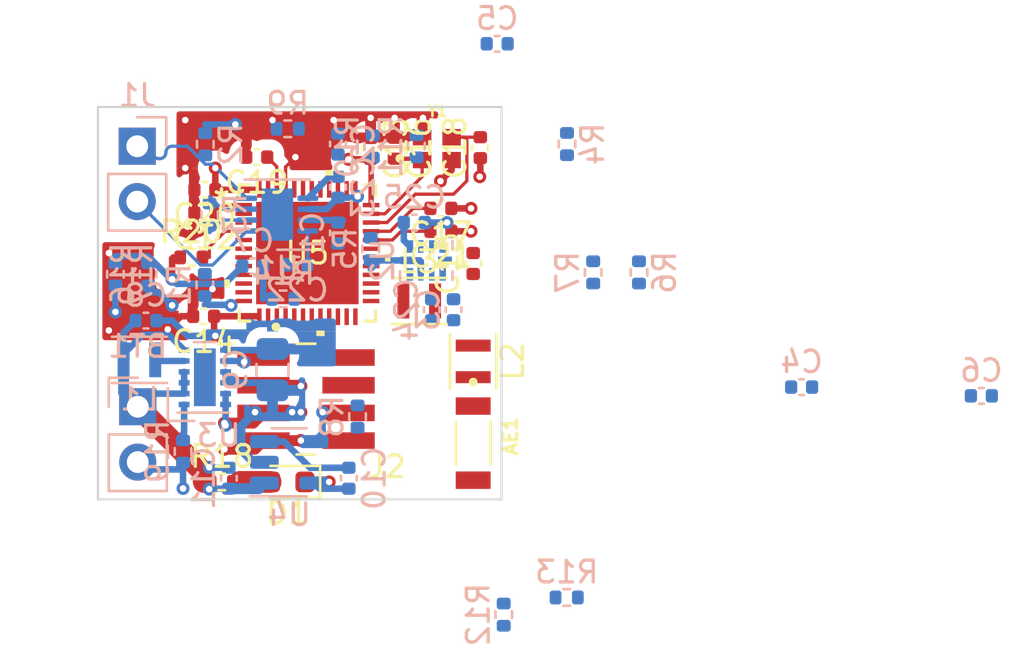
<source format=kicad_pcb>
(kicad_pcb (version 20221018) (generator pcbnew)
  (layers (0 "F.Cu" signal) (1 "In1.Cu" power) (2 "In2.Cu" power) (31 "B.Cu" signal) (34 "B.Paste" user) (35 "F.Paste" user) (36 "B.SilkS" user "B.Silkscreen") (37 "F.SilkS" user "F.Silkscreen") (38 "B.Mask" user) (39 "F.Mask" user) (44 "Edge.Cuts" user))
  (net 0 "")
  (net 1 "GND")
  (net 2 "+3V3")
  (net 3 "Net-(AE1-FEED)")
  (net 5 "Net-(BT1-+)")
  (net 6 "Net-(U1-OUT)")
  (net 7 "Net-(C1-Pad2)")
  (net 8 "Net-(U2-IN1+)")
  (net 9 "Net-(C2-Pad2)")
  (net 10 "Net-(U2-OUT2)")
  (net 11 "Net-(C3-Pad2)")
  (net 12 "Net-(U2-IN2+)")
  (net 13 "Net-(C5-Pad1)")
  (net 14 "Net-(U2-IN2-)")
  (net 15 "Net-(C7-Pad1)")
  (net 16 "STAGE_3_OUT")
  (net 17 "Net-(U4-CFLY+)")
  (net 18 "Net-(U4-CFLY-)")
  (net 19 "-3V3")
  (net 20 "Net-(U5-DEC1)")
  (net 21 "Net-(C15-Pad1)")
  (net 22 "Net-(U5-ANT)")
  (net 23 "Net-(U5-XC2)")
  (net 24 "Net-(U5-DEC3)")
  (net 25 "Net-(U5-XC1)")
  (net 26 "Net-(U5-DEC4)")
  (net 27 "Net-(U5-DEC2)")
  (net 28 "Net-(D1-A)")
  (net 29 "NRST")
  (net 30 "SWO")
  (net 31 "SWDCLK")
  (net 32 "SWDIO")
  (net 33 "Net-(U3-SW)")
  (net 34 "Net-(R3-Pad1)")
  (net 35 "Net-(R3-Pad2)")
  (net 36 "Net-(U2-IN1-)")
  (net 37 "Net-(U3-OSEL)")
  (net 38 "Net-(U5-P0.02{slash}AIN0)")
  (net 73 "/EEG-")
  (net 74 "/EEG+")
  (footprint "Library:XDCR_2450AT18B100E" (layer "F.Cu") (at 90.8 46.42 -90)
    (fp_text reference "AE1")
    (fp_text value "Antenna_Chip")
  )
  (footprint "Capacitor_SMD:C_0402_1005Metric" (layer "F.Cu") (at 89.32 36.7 180)
    (fp_text reference "C21")
    (fp_text value "~")
  )
  (footprint "Inductor_SMD:L_Murata_DFE201610P" (layer "F.Cu") (at 90.8 42.67 -90)
    (fp_text reference "L2")
    (fp_text value "3.3nH")
  )
  (footprint "LED_SMD:LED_0603_1608Metric" (layer "F.Cu") (at 82.3 48.2 180)
    (fp_text reference "D1")
    (fp_text value "LED")
  )
  (footprint "Inductor_SMD:L_Murata_DFE201610P" (layer "F.Cu") (at 88.325 39.9)
    (fp_text reference "L3")
    (fp_text value "2.7nH")
  )
  (footprint "Capacitor_SMD:C_0402_1005Metric" (layer "F.Cu") (at 78.444 40.6 180)
    (fp_text reference "C14")
    (fp_text value "100nF")
  )
  (footprint "Library:QFN-48_NOR" (layer "F.Cu") (at 83.2 37.699999)
    (fp_text reference "U5")
    (fp_text value "NRF52832-QFAA-R")
  )
  (footprint "Capacitor_SMD:C_0402_1005Metric" (layer "F.Cu") (at 86.1 32.899999 -90)
    (fp_text reference "C13")
    (fp_text value "100nF")
  )
  (footprint "Resistor_SMD:R_0402_1005Metric" (layer "F.Cu") (at 77.879 37.9)
    (fp_text reference "R20")
    (fp_text value "10k")
  )
  (footprint "Capacitor_SMD:C_0402_1005Metric" (layer "F.Cu") (at 80.879 33.3 180)
    (fp_text reference "C19")
    (fp_text value "1uF")
  )
  (footprint "20021121_00008C4LF:AMPHENOL_20021121-00008C4LF" (layer "F.Cu") (at 83.2 44.4)
    (fp_text reference "J2")
    (fp_text value "20021121-00008C4LF")
  )
  (footprint "Resistor_SMD:R_0402_1005Metric" (layer "F.Cu") (at 79.275 48.2)
    (fp_text reference "R18")
    (fp_text value "1.1k")
  )
  (footprint "Capacitor_SMD:C_0402_1005Metric" (layer "F.Cu") (at 78.5 34.799999 180)
    (fp_text reference "C20")
    (fp_text value "4.7uF")
  )
  (footprint "Capacitor_SMD:C_0402_1005Metric" (layer "F.Cu") (at 87.19 32.892999 -90)
    (fp_text reference "C16")
    (fp_text value "12pF")
  )
  (footprint "Capacitor_SMD:C_0402_1005Metric" (layer "F.Cu") (at 90.8 38.18 90)
    (fp_text reference "C15")
    (fp_text value "1.2pF")
  )
  (footprint "Capacitor_SMD:C_0402_1005Metric" (layer "F.Cu") (at 91.127 32.864999 90)
    (fp_text reference "C18")
    (fp_text value "12pF")
  )
  (footprint "ECS_320_8_37CKM:XTAL_ECS-320-8-37CKM" (layer "F.Cu") (at 89.135 32.909999)
    (fp_text reference "Y1")
    (fp_text value "32MHz")
  )
  (footprint "Capacitor_SMD:C_0402_1005Metric" (layer "F.Cu") (at 89.32 35.65 180)
    (fp_text reference "C17")
    (fp_text value "100pF")
  )
  (footprint "Capacitor_SMD:C_0402_1005Metric" (layer "F.Cu") (at 78.5 35.849999 180)
    (fp_text reference "C12")
    (fp_text value "100nF")
  )
  (footprint "Capacitor_SMD:C_0402_1005Metric" (layer "B.Cu") (at 105.855 43.85 180)
    (fp_text reference "C4")
    (fp_text value "0.1uF")
  )
  (footprint "Package_DFN_QFN:Texas_R-PUQFN-N10" (layer "B.Cu") (at 88.65 38.0375 -90)
    (fp_text reference "U2")
    (fp_text value "TLV9102")
  )
  (footprint "Capacitor_SMD:C_0402_1005Metric" (layer "B.Cu") (at 82.72 38.2375)
    (fp_text reference "C22")
    (fp_text value ".1uF")
  )
  (footprint "Connector_PinHeader_2.54mm:PinHeader_1x02_P2.54mm_Vertical" (layer "B.Cu") (at 75.4 32.8 180)
    (fp_text reference "J1")
    (fp_text value "EEG_IN")
  )
  (footprint "Capacitor_SMD:C_0402_1005Metric" (layer "B.Cu") (at 89.9 40.3 -90)
    (fp_text reference "C3")
    (fp_text value "0.1uF")
  )
  (footprint "Resistor_SMD:R_0402_1005Metric" (layer "B.Cu") (at 82.0875 39.8 180)
    (fp_text reference "R14")
    (fp_text value "10k")
  )
  (footprint "Package_SON:WSON-8-1EP_3x3mm_P0.5mm_EP1.45x2.4mm" (layer "B.Cu") (at 81.82 35.9375)
    (fp_text reference "U1")
    (fp_text value "INA819IDRGR")
  )
  (footprint "Capacitor_SMD:C_0402_1005Metric" (layer "B.Cu") (at 85.1 48.03 90)
    (fp_text reference "C10")
    (fp_text value "1uF")
  )
  (footprint "Package_TO_SOT_SMD:SOT-23-5" (layer "B.Cu") (at 82.3625 47.3)
    (fp_text reference "U4")
    (fp_text value "TPS60400")
  )
  (footprint "Connector_PinSocket_2.54mm:PinSocket_1x02_P2.54mm_Vertical" (layer "B.Cu") (at 75.425 44.75 180)
    (fp_text reference "BT1")
    (fp_text value "BHSD-1225-SM")
  )
  (footprint "Capacitor_SMD:C_0402_1005Metric" (layer "B.Cu") (at 91.9 28.1 180)
    (fp_text reference "C5")
    (fp_text value "0.1uF")
  )
  (footprint "Resistor_SMD:R_0402_1005Metric" (layer "B.Cu") (at 92.2 54.2875 -90)
    (fp_text reference "R12")
    (fp_text value "2.49k")
  )
  (footprint "Resistor_SMD:R_0402_1005Metric" (layer "B.Cu") (at 95.1 32.7 90)
    (fp_text reference "R4")
    (fp_text value "100k")
  )
  (footprint "Resistor_SMD:R_0402_1005Metric" (layer "B.Cu") (at 86.2 32.8125 -90)
    (fp_text reference "R10")
    (fp_text value "604")
  )
  (footprint "Capacitor_SMD:C_0402_1005Metric" (layer "B.Cu") (at 84.6 32.7 90)
    (fp_text reference "C2")
    (fp_text value "10uF")
  )
  (footprint "Resistor_SMD:R_0402_1005Metric" (layer "B.Cu") (at 98.4 38.5875 90)
    (fp_text reference "R6")
    (fp_text value "20k")
  )
  (footprint "Resistor_SMD:R_0402_1005Metric" (layer "B.Cu") (at 78.52 32.7125 90)
    (fp_text reference "R2")
    (fp_text value "68k")
  )
  (footprint "Capacitor_SMD:C_0402_1005Metric" (layer "B.Cu") (at 80.7 38.3 180)
    (fp_text reference "C7")
    (fp_text value "10uF")
  )
  (footprint "Package_SON:WSON-12-1EP_3x2mm_P0.5mm_EP1x2.65" (layer "B.Cu") (at 78.5 43.4)
    (fp_text reference "U3")
    (fp_text value "TPS61094")
  )
  (footprint "Resistor_SMD:R_0402_1005Metric" (layer "B.Cu") (at 86.1 37.5125 -90)
    (fp_text reference "R5")
    (fp_text value "1k")
  )
  (footprint "Resistor_SMD:R_0402_1005Metric" (layer "B.Cu") (at 96.3 38.5875 -90)
    (fp_text reference "R7")
    (fp_text value "1k")
  )
  (footprint "Resistor_SMD:R_0402_1005Metric" (layer "B.Cu") (at 82.3 32 180)
    (fp_text reference "R9")
    (fp_text value "100k")
  )
  (footprint "Resistor_SMD:R_0402_1005Metric" (layer "B.Cu") (at 74.4 38.675 90)
    (fp_text reference "R17")
    (fp_text value "100k")
  )
  (footprint "Resistor_SMD:R_0402_1005Metric" (layer "B.Cu") (at 78.72 35.9375 90)
    (fp_text reference "R3")
    (fp_text value "8.2k")
  )
  (footprint "Capacitor_SMD:C_0805_2012Metric" (layer "B.Cu") (at 81.6 43.05 -90)
    (fp_text reference "C9")
    (fp_text value "33uF")
  )
  (footprint "Inductor_SMD:L_Murata_DFE201610P" (layer "B.Cu") (at 75.5 42.6)
    (fp_text reference "L1")
    (fp_text value "2.2uH")
  )
  (footprint "Capacitor_SMD:C_0402_1005Metric" (layer "B.Cu") (at 75.8 40.8 180)
    (fp_text reference "C8")
    (fp_text value "2.2uF")
  )
  (footprint "Capacitor_SMD:C_0402_1005Metric" (layer "B.Cu") (at 84.6 34.68 90)
    (fp_text reference "C23")
    (fp_text value ".1uF")
  )
  (footprint "Resistor_SMD:R_0402_1005Metric" (layer "B.Cu") (at 75.9 38.675 -90)
    (fp_text reference "R16")
    (fp_text value "100k")
  )
  (footprint "Capacitor_SMD:C_0402_1005Metric" (layer "B.Cu") (at 114.095 44.25 180)
    (fp_text reference "C6")
    (fp_text value "10nF")
  )
  (footprint "Capacitor_SMD:C_0402_1005Metric" (layer "B.Cu") (at 79.6 48.03 -90)
    (fp_text reference "C11")
    (fp_text value "1uF")
  )
  (footprint "Resistor_SMD:R_0402_1005Metric" (layer "B.Cu") (at 88.2 32.8 -90)
    (fp_text reference "R11")
    (fp_text value "16k")
  )
  (footprint "Capacitor_SMD:C_0402_1005Metric" (layer "B.Cu") (at 88.9 40.3 -90)
    (fp_text reference "C24")
    (fp_text value ".1uF")
  )
  (footprint "Resistor_SMD:R_0402_1005Metric" (layer "B.Cu") (at 78.5 39.1625 -90)
    (fp_text reference "R1")
    (fp_text value "68k")
  )
  (footprint "Capacitor_SMD:C_0402_1005Metric" (layer "B.Cu") (at 88.1 36.3 180)
    (fp_text reference "C25")
    (fp_text value ".1uF")
  )
  (footprint "Resistor_SMD:R_0402_1005Metric" (layer "B.Cu") (at 85.5 45.2 -90)
    (fp_text reference "R8")
    (fp_text value "100k")
  )
  (footprint "Resistor_SMD:R_0402_1005Metric" (layer "B.Cu") (at 95.0875 53.5 180)
    (fp_text reference "R13")
    (fp_text value "49.9k")
  )
  (footprint "Resistor_SMD:R_0402_1005Metric" (layer "B.Cu") (at 77.5 46.8 -90)
    (fp_text reference "R19")
    (fp_text value "1.1k")
  )
  (footprint "Capacitor_SMD:C_0402_1005Metric" (layer "B.Cu") (at 84.6 36.78 -90)
    (fp_text reference "C1")
    (fp_text value "10uF")
  )
  (gr_line (start 92.1 49) (end 92.1 31) (stroke (width 0.1)) (layer "Edge.Cuts"))
  (gr_line (start 73.6 49) (end 92.1 49) (stroke (width 0.1)) (layer "Edge.Cuts"))
  (gr_line (start 73.6 31) (end 92.1 31) (stroke (width 0.1)) (layer "Edge.Cuts"))
  (gr_line (start 73.6 49) (end 73.6 31) (stroke (width 0.1)) (layer "Edge.Cuts"))
  (segment (start 89.8 35.65) (end 90.7 35.65) (width 0.3) (layer "F.Cu") (net 1))
  (segment (start 81.187 46.305) (end 82.895 46.305) (width 0.5) (layer "F.Cu") (net 1))
  (segment (start 87.19 31.501) (end 87.189 31.5) (width 0.15) (layer "F.Cu") (net 1))
  (segment (start 87.19 32.412999) (end 87.19 31.51) (width 0.3) (layer "F.Cu") (net 1))
  (segment (start 91.127 34.173) (end 91.1 34.2) (width 0.3) (layer "F.Cu") (net 1))
  (segment (start 87.19 31.51) (end 87.2 31.5) (width 0.3) (layer "F.Cu") (net 1))
  (segment (start 83.0875 48.2) (end 84.2 48.2) (width 0.5) (layer "F.Cu") (net 1))
  (segment (start 79.4 45.5) (end 80.722 45.5) (width 0.5) (layer "F.Cu") (net 1))
  (segment (start 89.81 33.89) (end 89.3 34.4) (width 0.3) (layer "F.Cu") (net 1))
  (segment (start 80.722 45.5) (end 81.187 45.035) (width 0.5) (layer "F.Cu") (net 1))
  (segment (start 88.46 31.54) (end 88.5 31.5) (width 0.3) (layer "F.Cu") (net 1))
  (segment (start 82.895 46.305) (end 82.9 46.3) (width 0.5) (layer "F.Cu") (net 1))
  (segment (start 86.1 31.501) (end 86.1 31.501) (width 0.15) (layer "F.Cu") (net 1))
  (segment (start 88.5 31.5) (end 88.46 31.501) (width 0.15) (layer "F.Cu") (net 1))
  (segment (start 82.199999 33.750001) (end 82.65 33.3) (width 0.15) (layer "F.Cu") (net 1))
  (segment (start 87.2 31.511) (end 87.189 31.5) (width 0.15) (layer "F.Cu") (net 1))
  (segment (start 82.9 45) (end 81.222 45) (width 0.5) (layer "F.Cu") (net 1))
  (segment (start 89.81 33.434999) (end 89.81 33.89) (width 0.3) (layer "F.Cu") (net 1))
  (segment (start 86.1 31.501) (end 86.1 31.5) (width 0.15) (layer "F.Cu") (net 1))
  (segment (start 80.792 46.7) (end 81.187 46.305) (width 0.5) (layer "F.Cu") (net 1))
  (segment (start 87.2 31.5) (end 87.2 31.511) (width 0.15) (layer "F.Cu") (net 1))
  (segment (start 89.8 36.7) (end 90.7 36.7) (width 0.3) (layer "F.Cu") (net 1))
  (segment (start 88.46 32.384999) (end 88.46 31.54) (width 0.3) (layer "F.Cu") (net 1))
  (segment (start 77.964 40.6) (end 77.4 40.6) (width 0.3) (layer "F.Cu") (net 1))
  (segment (start 87.189 31.5) (end 87.2 31.5) (width 0.15) (layer "F.Cu") (net 1))
  (segment (start 86.1 32.419999) (end 86.1 31.5) (width 0.3) (layer "F.Cu") (net 1))
  (segment (start 81.222 45) (end 81.187 45.035) (width 0.5) (layer "F.Cu") (net 1))
  (segment (start 82.199999 34.778999) (end 82.199999 33.750001) (width 0.15) (layer "F.Cu") (net 1))
  (segment (start 88.46 31.501) (end 88.459 31.5) (width 0.15) (layer "F.Cu") (net 1))
  (segment (start 86.1 31.5) (end 86.099 31.5) (width 0.15) (layer "F.Cu") (net 1))
  (segment (start 86.099 31.5) (end 86.099 31.5) (width 0.15) (layer "F.Cu") (net 1))
  (segment (start 91.127 33.344999) (end 91.127 34.173) (width 0.3) (layer "F.Cu") (net 1))
  (segment (start 77.4 40.6) (end 76.8 41.2) (width 0.3) (layer "F.Cu") (net 1))
  (segment (start 79.4 46.7) (end 80.792 46.7) (width 0.5) (layer "F.Cu") (net 1))
  (via blind (at 82.9 46.3) (size 0.6) (drill 0.3) (layers "F.Cu" "In1.Cu") (net 1))
  (via blind (at 90.7 35.65) (size 0.6) (drill 0.3) (layers "F.Cu" "In1.Cu") (net 1))
  (via blind (at 79.4 46.7) (size 0.6) (drill 0.3) (layers "F.Cu" "In1.Cu") (net 1))
  (via blind (at 76.8 41.2) (size 0.6) (drill 0.3) (layers "F.Cu" "In1.Cu") (net 1))
  (via blind (at 90.7 36.7) (size 0.6) (drill 0.3) (layers "F.Cu" "In1.Cu") (net 1))
  (via blind (at 77.6 31.6) (size 0.6) (drill 0.3) (layers "F.Cu" "In1.Cu") (net 1))
  (via blind (at 84.4 31.6) (size 0.6) (drill 0.3) (layers "F.Cu" "In1.Cu") (net 1))
  (via blind (at 82.65 33.3) (size 0.6) (drill 0.3) (layers "F.Cu" "In1.Cu") (net 1))
  (via blind (at 88.5 31.5) (size 0.6) (drill 0.3) (layers "F.Cu" "In1.Cu") (net 1))
  (via blind (at 79.4 45.5) (size 0.6) (drill 0.3) (layers "F.Cu" "In1.Cu") (net 1))
  (via blind (at 78.85 39.35) (size 0.6) (drill 0.3) (layers "F.Cu" "In1.Cu") (net 1))
  (via blind (at 74.1 41.25) (size 0.6) (drill 0.3) (layers "F.Cu" "In1.Cu") (net 1))
  (via blind (at 81.6 31.6) (size 0.6) (drill 0.3) (layers "F.Cu" "In1.Cu") (net 1))
  (via blind (at 77.6 33.8) (size 0.6) (drill 0.3) (layers "F.Cu" "In1.Cu") (net 1))
  (via blind (at 89.3 34.4) (size 0.6) (drill 0.3) (layers "F.Cu" "In1.Cu") (net 1))
  (via blind (at 91.1 34.2) (size 0.6) (drill 0.3) (layers "F.Cu" "In1.Cu") (net 1))
  (via blind (at 74.1 37.7) (size 0.6) (drill 0.3) (layers "F.Cu" "In1.Cu") (net 1))
  (via blind (at 87.2 31.5) (size 0.6) (drill 0.3) (layers "F.Cu" "In1.Cu") (net 1))
  (via blind (at 84.2 48.2) (size 0.6) (drill 0.3) (layers "F.Cu" "In1.Cu") (net 1))
  (via blind (at 82.9 45) (size 0.6) (drill 0.3) (layers "F.Cu" "In1.Cu") (net 1))
  (via blind (at 86.1 31.5) (size 0.6) (drill 0.3) (layers "F.Cu" "In1.Cu") (net 1))
  (via blind (at 80.3 42.7) (size 0.6) (drill 0.3) (layers "In1.Cu" "B.Cu") (net 1))
  (via blind (at 89.6 36.3) (size 0.6) (drill 0.3) (layers "In1.Cu" "B.Cu") (net 1))
  (via blind (at 78.7 47.53) (size 0.6) (drill 0.3) (layers "In1.Cu" "B.Cu") (net 1))
  (via blind (at 85.5 35.1) (size 0.6) (drill 0.3) (layers "In1.Cu" "B.Cu") (net 1))
  (via blind (at 83.9 45) (size 0.6) (drill 0.3) (layers "In1.Cu" "B.Cu") (net 1))
  (via blind (at 79.7 40.1) (size 0.6) (drill 0.3) (layers "In1.Cu" "B.Cu") (net 1))
  (via blind (at 79.45 45.6) (size 0.6) (drill 0.3) (layers "In1.Cu" "B.Cu") (net 1))
  (via blind (at 77.5 48.5) (size 0.6) (drill 0.3) (layers "In1.Cu" "B.Cu") (net 1))
  (via blind (at 79.9 31.8) (size 0.6) (drill 0.3) (layers "In1.Cu" "B.Cu") (net 1))
  (via blind (at 77 40.1) (size 0.6) (drill 0.3) (layers "In1.Cu" "B.Cu") (net 1))
  (segment (start 77 40.8) (end 77.7 41.5) (width 0.3) (layer "B.Cu") (net 1))
  (segment (start 75.9 39.5) (end 76.4 39.5) (width 0.3) (layer "B.Cu") (net 1))
  (segment (start 83.9 45) (end 83.9 45.95) (width 0.3) (layer "B.Cu") (net 1))
  (segment (start 75.76 47.625) (end 75.425 47.29) (width 0.3) (layer "B.Cu") (net 1))
  (segment (start 85.44 35.16) (end 85.5 35.1) (width 0.3) (layer "B.Cu") (net 1))
  (segment (start 79.9 31.8) (end 78.52 31.8) (width 0.3) (layer "B.Cu") (net 1))
  (segment (start 79.675 40.075) (end 79.7 40.1) (width 0.3) (layer "B.Cu") (net 1))
  (segment (start 88.58 36.3) (end 89.6 36.3) (width 0.3) (layer "B.Cu") (net 1))
  (segment (start 77.7 41.5) (end 80.2 41.5) (width 0.3) (layer "B.Cu") (net 1))
  (segment (start 81.55 42.15) (end 81.6 42.1) (width 0.3) (layer "B.Cu") (net 1))
  (segment (start 83.9 45.95) (end 83.5 46.35) (width 0.3) (layer "B.Cu") (net 1))
  (segment (start 77.5 47.625) (end 75.76 47.625) (width 0.3) (layer "B.Cu") (net 1))
  (segment (start 76.4 39.5) (end 77 40.1) (width 0.3) (layer "B.Cu") (net 1))
  (segment (start 80.25 42.65) (end 80.3 42.7) (width 0.3) (layer "B.Cu") (net 1))
  (segment (start 79.45 44.15) (end 79.45 45.6) (width 0.3) (layer "B.Cu") (net 1))
  (segment (start 79.45 42.65) (end 80.25 42.65) (width 0.3) (layer "B.Cu") (net 1))
  (segment (start 84.6 35.16) (end 85.44 35.16) (width 0.3) (layer "B.Cu") (net 1))
  (segment (start 79.45 42.15) (end 81.55 42.15) (width 0.3) (layer "B.Cu") (net 1))
  (segment (start 78.5 40.075) (end 79.675 40.075) (width 0.3) (layer "B.Cu") (net 1))
  (segment (start 77.5 47.625) (end 77.5 48.5) (width 0.3) (layer "B.Cu") (net 1))
  (segment (start 79.6 47.55) (end 78.72 47.55) (width 0.3) (layer "B.Cu") (net 1))
  (segment (start 83.22 35.6875) (end 84.0725 35.6875) (width 0.3) (layer "B.Cu") (net 1))
  (segment (start 84.0725 35.6875) (end 84.6 35.16) (width 0.3) (layer "B.Cu") (net 1))
  (segment (start 76.28 40.8) (end 77 40.8) (width 0.3) (layer "B.Cu") (net 1))
  (segment (start 86.120001 33.4) (end 86.121 33.400999) (width 0.3) (layer "F.Cu") (net 2))
  (segment (start 80.927402 40.6) (end 80.948401 40.620999) (width 0.3) (layer "F.Cu") (net 2))
  (segment (start 86.121 35.499998) (end 86.121 33.400999) (width 0.25) (layer "F.Cu") (net 2))
  (segment (start 78.924 41.445) (end 78.979 41.5) (width 0.3) (layer "F.Cu") (net 2))
  (segment (start 78.924 40.6) (end 78.924 41.445) (width 0.3) (layer "F.Cu") (net 2))
  (segment (start 80.978999 34.799999) (end 80.999999 34.778999) (width 0.15) (layer "F.Cu") (net 2))
  (segment (start 78.979 34.798999) (end 78.98 34.799999) (width 0.3) (layer "F.Cu") (net 2))
  (segment (start 86.121 33.400999) (end 86.1 33.379999) (width 0.15) (layer "F.Cu") (net 2))
  (segment (start 78.98 34.799999) (end 80.978999 34.799999) (width 0.3) (layer "F.Cu") (net 2))
  (segment (start 81.187 43.765) (end 82.865 43.765) (width 0.5) (layer "F.Cu") (net 2))
  (segment (start 82.865 43.765) (end 82.9 43.8) (width 0.5) (layer "F.Cu") (net 2))
  (segment (start 78.979 33.8) (end 78.979 34.798999) (width 0.3) (layer "F.Cu") (net 2))
  (segment (start 85.079 33.4) (end 86.120001 33.4) (width 0.3) (layer "F.Cu") (net 2))
  (segment (start 78.924 40.6) (end 80.927402 40.6) (width 0.3) (layer "F.Cu") (net 2))
  (via blind (at 78.979 33.8) (size 0.6) (drill 0.3) (layers "F.Cu" "In2.Cu") (net 2))
  (via blind (at 78.979 41.5) (size 0.6) (drill 0.3) (layers "F.Cu" "In2.Cu") (net 2))
  (via blind (at 85.079 33.4) (size 0.6) (drill 0.3) (layers "F.Cu" "In2.Cu") (net 2))
  (via blind (at 82.9 43.8) (size 0.6) (drill 0.3) (layers "F.Cu" "In2.Cu") (net 2))
  (via blind (at 80.8 45) (size 0.6) (drill 0.3) (layers "In2.Cu" "B.Cu") (net 2))
  (via blind (at 82.5 45) (size 0.6) (drill 0.3) (layers "In2.Cu" "B.Cu") (net 2))
  (via blind (at 74.4 40.4) (size 0.6) (drill 0.3) (layers "In2.Cu" "B.Cu") (net 2))
  (segment (start 79.45 43.65) (end 80.8 43.65) (width 0.3) (layer "B.Cu") (net 2))
  (segment (start 79.45 43.15) (end 79.45 43.65) (width 0.3) (layer "B.Cu") (net 2))
  (segment (start 79.45 43.15) (end 79.95 43.65) (width 0.3) (layer "B.Cu") (net 2))
  (segment (start 80.8 45) (end 80.1625 45.6375) (width 0.4) (layer "B.Cu") (net 2))
  (segment (start 83.22 36.6875) (end 83.22 38.2175) (width 0.15) (layer "B.Cu") (net 2))
  (segment (start 80.1625 46.731974) (end 80.730526 47.3) (width 0.4) (layer "B.Cu") (net 2))
  (segment (start 81.25 43.65) (end 81.6 44) (width 0.3) (layer "B.Cu") (net 2))
  (segment (start 80.730526 47.3) (end 81.225 47.3) (width 0.4) (layer "B.Cu") (net 2))
  (segment (start 80.8 43.65) (end 81.25 43.65) (width 0.3) (layer "B.Cu") (net 2))
  (segment (start 80.1625 45.6375) (end 80.1625 46.731974) (width 0.4) (layer "B.Cu") (net 2))
  (segment (start 74.4 40.4) (end 74.4 39.5) (width 0.3) (layer "B.Cu") (net 2))
  (segment (start 79.95 43.65) (end 80.8 43.65) (width 0.3) (layer "B.Cu") (net 2))
  (segment (start 83.22 38.2175) (end 83.2 38.2375) (width 0.15) (layer "B.Cu") (net 2))
  (segment (start 75.425 44.75) (end 78.45 47.775) (width 1) (layer "F.Cu") (net 5))
  (segment (start 78.45 47.775) (end 78.45 48.2) (width 1) (layer "F.Cu") (net 5))
  (segment (start 74.775 44.1) (end 75.425 44.75) (width 0.5) (layer "B.Cu") (net 5))
  (segment (start 75.65 41.45) (end 74.775 42.325) (width 0.3) (layer "B.Cu") (net 5))
  (segment (start 74.775 41.345) (end 75.32 40.8) (width 0.3) (layer "B.Cu") (net 5))
  (segment (start 76.025 44.15) (end 75.425 44.75) (width 0.3) (layer "B.Cu") (net 5))
  (segment (start 74.775 42.325) (end 74.775 42.6) (width 0.3) (layer "B.Cu") (net 5))
  (segment (start 76.85 41.45) (end 75.65 41.45) (width 0.3) (layer "B.Cu") (net 5))
  (segment (start 74.775 42.6) (end 74.775 41.345) (width 0.3) (layer "B.Cu") (net 5))
  (segment (start 77.55 43.15) (end 77.55 44.15) (width 0.3) (layer "B.Cu") (net 5))
  (segment (start 74.775 42.6) (end 74.775 44.1) (width 0.5) (layer "B.Cu") (net 5))
  (segment (start 77.55 42.15) (end 76.85 41.45) (width 0.3) (layer "B.Cu") (net 5))
  (segment (start 77.55 44.15) (end 76.025 44.15) (width 0.3) (layer "B.Cu") (net 5))
  (segment (start 84.4875 36.1875) (end 84.6 36.3) (width 0.3) (layer "B.Cu") (net 6))
  (segment (start 83.22 36.1875) (end 84.4875 36.1875) (width 0.3) (layer "B.Cu") (net 6))
  (segment (start 84.8075 36.1875) (end 84.82 36.2) (width 0.3) (layer "B.Cu") (net 6))
  (segment (start 88.35 38.0375) (end 88.4 38.0875) (width 0.3) (layer "B.Cu") (net 8))
  (segment (start 86.1 38.425) (end 86.4875 38.0375) (width 0.3) (layer "B.Cu") (net 8))
  (segment (start 88.4 38.0875) (end 88.4 38.675) (width 0.3) (layer "B.Cu") (net 8))
  (segment (start 86.4875 38.0375) (end 87.79 38.0375) (width 0.3) (layer "B.Cu") (net 8))
  (segment (start 87.79 38.0375) (end 88.35 38.0375) (width 0.3) (layer "B.Cu") (net 8))
  (segment (start 81.175 39.8) (end 81.175 38.305) (width 0.3) (layer "B.Cu") (net 15))
  (segment (start 81.175 38.305) (end 81.18 38.3) (width 0.3) (layer "B.Cu") (net 15))
  (segment (start 77 37.954) (end 77.054 37.9) (width 0.3) (layer "F.Cu") (net 16))
  (segment (start 77 38.9) (end 77 37.954) (width 0.3) (layer "F.Cu") (net 16))
  (via (at 77 38.9) (size 0.6) (drill 0.3) (layers "F.Cu" "B.Cu") (net 16))
  (segment (start 79.4075 39.1125) (end 80.22 38.3) (width 0.3) (layer "B.Cu") (net 16))
  (segment (start 76.95 38.9) (end 75.9 37.85) (width 0.3) (layer "B.Cu") (net 16))
  (segment (start 77 38.9) (end 76.95 38.9) (width 0.3) (layer "B.Cu") (net 16))
  (segment (start 77.2125 39.1125) (end 79.4075 39.1125) (width 0.3) (layer "B.Cu") (net 16))
  (segment (start 75.9 37.85) (end 74.4 37.85) (width 0.3) (layer "B.Cu") (net 16))
  (segment (start 77 38.9) (end 77.2125 39.1125) (width 0.3) (layer "B.Cu") (net 16))
  (segment (start 83.76 48.51) (end 83.5 48.25) (width 0.3) (layer "B.Cu") (net 17))
  (segment (start 85.1 48.51) (end 83.76 48.51) (width 0.3) (layer "B.Cu") (net 17))
  (segment (start 83.326238 47.55) (end 85.1 47.55) (width 0.3) (layer "B.Cu") (net 18))
  (segment (start 82.126238 46.35) (end 83.326238 47.55) (width 0.3) (layer "B.Cu") (net 18))
  (segment (start 81.225 46.35) (end 82.126238 46.35) (width 0.3) (layer "B.Cu") (net 18))
  (via blind (at 78.7 48.53) (size 0.6) (drill 0.3) (layers "In2.Cu" "B.Cu") (net 19))
  (segment (start 79.6 48.51) (end 78.72 48.51) (width 0.3) (layer "B.Cu") (net 19))
  (segment (start 80.965 48.51) (end 81.225 48.25) (width 0.5) (layer "B.Cu") (net 19))
  (segment (start 87.62 37.12) (end 87.9 37.4) (width 0.3) (layer "B.Cu") (net 19))
  (segment (start 83.22 35.1875) (end 84.2075 34.2) (width 0.3) (layer "B.Cu") (net 19))
  (segment (start 87.62 36.3) (end 87.62 37.12) (width 0.3) (layer "B.Cu") (net 19))
  (segment (start 84.2075 34.2) (end 84.6 34.2) (width 0.3) (layer "B.Cu") (net 19))
  (segment (start 79.6 48.51) (end 80.965 48.51) (width 0.5) (layer "B.Cu") (net 19))
  (segment (start 79.330001 35.499998) (end 80.279 35.499998) (width 0.15) (layer "F.Cu") (net 20))
  (segment (start 78.98 35.849999) (end 79.330001 35.499998) (width 0.15) (layer "F.Cu") (net 20))
  (segment (start 88.398 33.372999) (end 88.46 33.434999) (width 0.2) (layer "F.Cu") (net 23))
  (segment (start 86.753598 35.9) (end 88.46 34.193598) (width 0.15) (layer "F.Cu") (net 23))
  (segment (start 87.19 33.372999) (end 88.398 33.372999) (width 0.2) (layer "F.Cu") (net 23))
  (segment (start 86.121 35.9) (end 86.753598 35.9) (width 0.15) (layer "F.Cu") (net 23))
  (segment (start 88.46 34.193598) (end 88.46 33.434999) (width 0.15) (layer "F.Cu") (net 23))
  (segment (start 86.999998 36.699998) (end 86.121 36.699998) (width 0.15) (layer "F.Cu") (net 24))
  (segment (start 87 36.7) (end 86.999998 36.699998) (width 0.15) (layer "F.Cu") (net 24))
  (segment (start 88.05 35.65) (end 87 36.7) (width 0.15) (layer "F.Cu") (net 24))
  (segment (start 88.84 35.65) (end 88.05 35.65) (width 0.15) (layer "F.Cu") (net 24))
  (segment (start 89.9 35) (end 90.51 34.39) (width 0.15) (layer "F.Cu") (net 25))
  (segment (start 86.848573 36.299999) (end 88.148572 35) (width 0.15) (layer "F.Cu") (net 25))
  (segment (start 89.81 32.384999) (end 91.127 32.384999) (width 0.15) (layer "F.Cu") (net 25))
  (segment (start 88.148572 35) (end 89.9 35) (width 0.15) (layer "F.Cu") (net 25))
  (segment (start 86.121 36.299999) (end 86.848573 36.299999) (width 0.15) (layer "F.Cu") (net 25))
  (segment (start 90.51 34.39) (end 90.51 32.509999) (width 0.15) (layer "F.Cu") (net 25))
  (segment (start 90.385 32.384999) (end 89.81 32.384999) (width 0.15) (layer "F.Cu") (net 25))
  (segment (start 90.51 32.509999) (end 90.385 32.384999) (width 0.15) (layer "F.Cu") (net 25))
  (segment (start 81.359 33.3) (end 81.8 33.741) (width 0.15) (layer "F.Cu") (net 26))
  (segment (start 81.8 33.741) (end 81.8 34.778999) (width 0.15) (layer "F.Cu") (net 26))
  (segment (start 87.1 37.1) (end 86.121 37.1) (width 0.15) (layer "F.Cu") (net 27))
  (segment (start 88.84 36.7) (end 87.5 36.7) (width 0.15) (layer "F.Cu") (net 27))
  (segment (start 87.5 36.7) (end 87.1 37.1) (width 0.15) (layer "F.Cu") (net 27))
  (segment (start 80.1 48.2) (end 81.5125 48.2) (width 1) (layer "F.Cu") (net 28))
  (segment (start 77.55 42.65) (end 76.275 42.65) (width 0.3) (layer "B.Cu") (net 33))
  (segment (start 76.275 42.65) (end 76.225 42.6) (width 0.3) (layer "B.Cu") (net 33))
  (segment (start 80.42 36.1875) (end 79.295 36.1875) (width 0.15) (layer "B.Cu") (net 34))
  (segment (start 79.295 36.1875) (end 78.72 36.7625) (width 0.15) (layer "B.Cu") (net 34))
  (segment (start 78.72 35.1125) (end 79.295 35.6875) (width 0.15) (layer "B.Cu") (net 35))
  (segment (start 79.295 35.6875) (end 80.42 35.6875) (width 0.15) (layer "B.Cu") (net 35))
  (segment (start 77.55 44.65) (end 77.55 45.925) (width 0.3) (layer "B.Cu") (net 37))
  (segment (start 77.55 45.925) (end 77.5 45.975) (width 0.3) (layer "B.Cu") (net 37))
  (segment (start 78.704 37.425) (end 79.429002 36.699998) (width 0.15) (layer "F.Cu") (net 38))
  (segment (start 79.429002 36.699998) (end 80.279 36.699998) (width 0.15) (layer "F.Cu") (net 38))
  (segment (start 78.704 37.9) (end 78.704 37.425) (width 0.15) (layer "F.Cu") (net 38))
  (segment (start 78.52 33.625) (end 77.695 32.8) (width 0.15) (layer "B.Cu") (net 73))
  (segment (start 77.695 32.8) (end 77 32.8) (width 0.15) (layer "B.Cu") (net 73))
  (segment (start 76.427388 33.372612) (end 76.4 33.372612) (width 0.15) (layer "B.Cu") (net 73))
  (segment (start 78.8575 33.625) (end 80.42 35.1875) (width 0.15) (layer "B.Cu") (net 73))
  (segment (start 78.52 33.625) (end 78.8575 33.625) (width 0.15) (layer "B.Cu") (net 73))
  (segment (start 75.827388 32.8) (end 75.8 32.8) (width 0.15) (layer "B.Cu") (net 73))
  (segment (start 75.8 32.8) (end 75.4 32.8) (width 0.15) (layer "B.Cu") (net 73))
  (arc (start 77 32.8) (mid 76.797551 32.883857) (end 76.713694 33.086306) (width 0.15) (layer "B.Cu") (net 73))
  (arc (start 76.4 33.372612) (mid 76.197551 33.288755) (end 76.113694 33.086306) (width 0.15) (layer "B.Cu") (net 73))
  (arc (start 76.113694 33.086306) (mid 76.029837 32.883857) (end 75.827388 32.8) (width 0.15) (layer "B.Cu") (net 73))
  (arc (start 76.713694 33.086306) (mid 76.629837 33.288755) (end 76.427388 33.372612) (width 0.15) (layer "B.Cu") (net 73))
  (segment (start 78.8575 38.25) (end 80.42 36.6875) (width 0.15) (layer "B.Cu") (net 74))
  (segment (start 78.31 38.25) (end 75.4 35.34) (width 0.15) (layer "B.Cu") (net 74))
  (segment (start 78.52 38.25) (end 78.8575 38.25) (width 0.15) (layer "B.Cu") (net 74))
  (segment (start 78.52 38.25) (end 78.31 38.25) (width 0.15) (layer "B.Cu") (net 74))
  (zone (net 1) (net_name "GND") (layer "F.Cu") (priority 3) (connect_pads (clearance 0.5)) (min_thickness 0.25) (fill yes (thermal_gap 0.5) (thermal_bridge_width 0.5))
    (polygon (pts (xy 79.5 33.8) (xy 79.5 41.7) (xy 77.2 41.7) (xy 77.2 33.8)))
  )
  (zone (net 1) (net_name "GND") (layer "F.Cu") (priority 2) (connect_pads (clearance 0.5)) (min_thickness 0.25) (fill yes (thermal_gap 0.5) (thermal_bridge_width 0.5))
    (polygon (pts (xy 77.2 34) (xy 77.2 31) (xy 89.2 31) (xy 89.2 34)))
  )
  (zone (net 1) (net_name "GND") (layer "F.Cu") (priority 4) (connect_pads (clearance 0.5)) (min_thickness 0.25) (fill yes (thermal_gap 0.5) (thermal_bridge_width 0.5))
    (polygon (pts (xy 73.6 37.2) (xy 77.3 37.2) (xy 77.3 41.7) (xy 73.6 41.7)))
  )
  (zone (net 0) (net_name "") (layers "In1.Cu" "In2.Cu" "B.Cu") (name "antennaKeepOut") (connect_pads (clearance 0)) (min_thickness 0.25)
    (keepout (tracks not_allowed) (vias not_allowed) (pads not_allowed) (copperpour not_allowed) (footprints not_allowed))
    (fill (thermal_gap 0.5) (thermal_bridge_width 0.5))
    (polygon (pts (xy 92.1 49) (xy 86.6 49) (xy 86.6 43.5) (xy 92.1 43.5)))
  )
  (zone (net 1) (net_name "GND") (layer "B.Cu") (priority 6) (connect_pads (clearance 0.3)) (min_thickness 0.25) (fill yes (thermal_gap 0.5) (thermal_bridge_width 0.5))
    (polygon (pts (xy 80.4 41.3) (xy 80.4 40.7) (xy 84.5 40.7) (xy 84.5 41.3)))
  )
  (zone (net 1) (net_name "GND") (layer "B.Cu") (priority 5) (connect_pads (clearance 0.3)) (min_thickness 0.25) (fill yes (thermal_gap 0.5) (thermal_bridge_width 0.5))
    (polygon (pts (xy 84.5 42.9) (xy 78.5 42.9) (xy 78.5 41.2) (xy 84.5 41.2)))
  )
  (zone (net 2) (net_name "+3V3") (layer "B.Cu") (priority 7) (connect_pads (clearance 0.3)) (min_thickness 0.25) (fill yes (thermal_gap 0.5) (thermal_bridge_width 0.5))
    (polygon (pts (xy 80.3 45.4) (xy 83.1 45.4) (xy 83.1 43.4) (xy 80.3 43.4)))
  )
)
</source>
